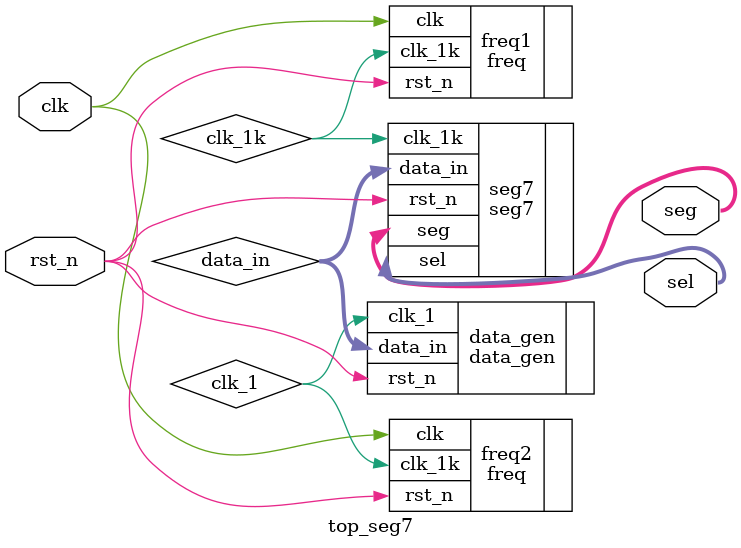
<source format=v>
module top_seg7 (clk,rst_n,seg,sel);

	input clk;   //50MHz
	input rst_n;  //  low 

	output [7:0] seg;
	output [2:0] sel;



	wire clk_1k;    // Clock
	wire clk_1;    // Clock
	wire [23:0] data_in;
	freq freq1(
		.clk(clk),
		.rst_n(rst_n),
		.clk_1k(clk_1k)
		);
//  
	freq #(.counter_num(24'd24999999 + 24'd24999999))
	// freq #(.counter_num(24'd249999 ))
	freq2 (
		.clk(clk),
		.rst_n(rst_n),
		.clk_1k(clk_1)
		);

	data_gen  data_gen(
		.clk_1(clk_1),
		.rst_n(rst_n),
		.data_in(data_in)
		);



	seg7 seg7(
		.clk_1k(clk_1k),
		.rst_n(rst_n),
		.data_in(data_in),
		.seg(seg),
		.sel(sel)
		);

endmodule
</source>
